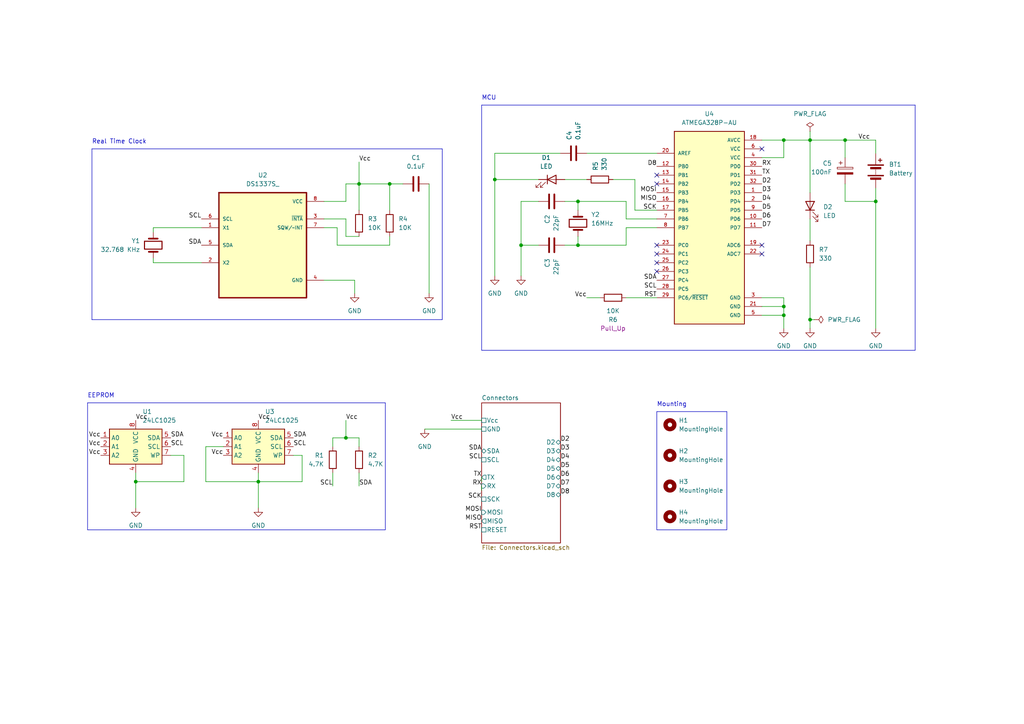
<source format=kicad_sch>
(kicad_sch (version 20230121) (generator eeschema)
  (paper "A4")
  (title_block (title "${project_name}") (date "2023-12-14") (rev "1"))
  (lib_symbols
    (symbol "ATMEGA328P-AU:ATMEGA328P-AU" (pin_names (offset 1.016))
      (property "Reference" "U4" (at 0 33.02 0))
      (property "Value" "ATMEGA328P-AU" (at 0 30.48 0))
      (symbol "ATMEGA328P-AU_0_0"
        (rectangle (start -10.16 -27.94) (end 10.16 27.94) (stroke (width 0.254)) (fill (type background)))
        (pin bidirectional line (at 15.24 10.16 180) (length 5.08) (name "PD3") (number "1"))
        (pin bidirectional line (at 15.24 2.54 180) (length 5.08) (name "PD6") (number "10"))
        (pin bidirectional line (at 15.24 0 180) (length 5.08) (name "PD7") (number "11"))
        (pin bidirectional line (at -15.24 17.78 0) (length 5.08) (name "PB0") (number "12"))
        (pin bidirectional line (at -15.24 15.24 0) (length 5.08) (name "PB1") (number "13"))
        (pin bidirectional line (at -15.24 12.7 0) (length 5.08) (name "PB2") (number "14"))
        (pin bidirectional line (at -15.24 10.16 0) (length 5.08) (name "PB3") (number "15"))
        (pin bidirectional line (at -15.24 7.62 0) (length 5.08) (name "PB4") (number "16"))
        (pin bidirectional line (at -15.24 5.08 0) (length 5.08) (name "PB5") (number "17"))
        (pin power_in line (at 15.24 25.4 180) (length 5.08) (name "AVCC") (number "18"))
        (pin bidirectional line (at 15.24 -5.08 180) (length 5.08) (name "ADC6") (number "19"))
        (pin bidirectional line (at 15.24 7.62 180) (length 5.08) (name "PD4") (number "2"))
        (pin input line (at -15.24 21.59 0) (length 5.08) (name "AREF") (number "20"))
        (pin power_in line (at 15.24 -22.86 180) (length 5.08) (name "GND") (number "21"))
        (pin bidirectional line (at 15.24 -7.62 180) (length 5.08) (name "ADC7") (number "22"))
        (pin bidirectional line (at -15.24 -5.08 0) (length 5.08) (name "PC0") (number "23"))
        (pin bidirectional line (at -15.24 -7.62 0) (length 5.08) (name "PC1") (number "24"))
        (pin bidirectional line (at -15.24 -10.16 0) (length 5.08) (name "PC2") (number "25"))
        (pin bidirectional line (at -15.24 -12.7 0) (length 5.08) (name "PC3") (number "26"))
        (pin bidirectional line (at -15.24 -15.24 0) (length 5.08) (name "PC4") (number "27"))
        (pin bidirectional line (at -15.24 -17.78 0) (length 5.08) (name "PC5") (number "28"))
        (pin bidirectional line (at -15.24 -20.32 0) (length 5.08) (name "PC6/~{RESET}") (number "29"))
        (pin power_in line (at 15.24 -20.32 180) (length 5.08) (name "GND") (number "3"))
        (pin bidirectional line (at 15.24 17.78 180) (length 5.08) (name "PD0") (number "30"))
        (pin bidirectional line (at 15.24 15.24 180) (length 5.08) (name "PD1") (number "31"))
        (pin bidirectional line (at 15.24 12.7 180) (length 5.08) (name "PD2") (number "32"))
        (pin power_in line (at 15.24 20.32 180) (length 5.08) (name "VCC") (number "4"))
        (pin power_in line (at 15.24 -25.4 180) (length 5.08) (name "GND") (number "5"))
        (pin power_in line (at 15.24 22.86 180) (length 5.08) (name "VCC") (number "6"))
        (pin bidirectional line (at -15.24 2.54 0) (length 5.08) (name "PB6") (number "7"))
        (pin bidirectional line (at -15.24 0 0) (length 5.08) (name "PB7") (number "8"))
        (pin bidirectional line (at 15.24 5.08 180) (length 5.08) (name "PD5") (number "9"))
      )
    )
    (symbol "DS1337S_:DS1337S_" (pin_names (offset 1.016))
      (property "Reference" "U" (at -12.7 16.24 0))
      (property "Value" "DS1337S_" (at -12.7 -19.24 0))
      (symbol "DS1337S__0_0"
        (rectangle (start -12.7 -15.24) (end 12.7 15.24) (stroke (width 0.41)) (fill (type background)))
        (pin input line (at -17.78 5.08 0) (length 5.08) (name "X1") (number "1"))
        (pin bidirectional line (at -17.78 -5.08 0) (length 5.08) (name "X2") (number "2"))
        (pin output line (at 17.78 7.62 180) (length 5.08) (name "~{INTA}") (number "3"))
        (pin power_in line (at 17.78 -10.16 180) (length 5.08) (name "GND") (number "4"))
        (pin bidirectional line (at -17.78 0 0) (length 5.08) (name "SDA") (number "5"))
        (pin input line (at -17.78 7.62 0) (length 5.08) (name "SCL") (number "6"))
        (pin output line (at 17.78 5.08 180) (length 5.08) (name "SQW/~INT") (number "7"))
        (pin power_in line (at 17.78 12.7 180) (length 5.08) (name "VCC") (number "8"))
      )
    )
    (symbol "Device:Battery" (pin_numbers hide) (pin_names (offset 0) hide)
      (property "Reference" "BT" (at 2.54 2.54 0))
      (property "Value" "Battery" (at 2.54 0 0))
      (symbol "Battery_0_1"
        (rectangle (start -2.286 -1.27) (end 2.286 -1.524) (fill (type outline)))
        (rectangle (start -2.286 1.778) (end 2.286 1.524) (fill (type outline)))
        (rectangle (start -1.524 -2.032) (end 1.524 -2.54) (fill (type outline)))
        (rectangle (start -1.524 1.016) (end 1.524 0.508) (fill (type outline)))
        (polyline (pts (xy 0 -1.016) (xy 0 -0.762)))
        (polyline (pts (xy 0 -0.508) (xy 0 -0.254)))
        (polyline (pts (xy 0 0) (xy 0 0.254)))
        (polyline (pts (xy 0 1.778) (xy 0 2.54)))
        (polyline (pts (xy 0.762 3.048) (xy 1.778 3.048)) (stroke (width 0.254)))
        (polyline (pts (xy 1.27 3.556) (xy 1.27 2.54)) (stroke (width 0.254)))
      )
      (symbol "Battery_1_1"
        (pin passive line (at 0 5.08 270) (length 2.54) (name "+") (number "1"))
        (pin passive line (at 0 -5.08 90) (length 2.54) (name "-") (number "2"))
      )
    )
    (symbol "Device:C" (pin_numbers hide) (pin_names (offset 0.254))
      (property "Reference" "C" (at 0.635 2.54 0))
      (property "Value" "C" (at 0.635 -2.54 0))
      (symbol "C_0_1"
        (polyline (pts (xy -2.032 -0.762) (xy 2.032 -0.762)) (stroke (width 0.508)))
        (polyline (pts (xy -2.032 0.762) (xy 2.032 0.762)) (stroke (width 0.508)))
      )
      (symbol "C_1_1"
        (pin passive line (at 0 3.81 270) (length 2.794) (name "~") (number "1"))
        (pin passive line (at 0 -3.81 90) (length 2.794) (name "~") (number "2"))
      )
    )
    (symbol "Device:C_Polarized" (pin_numbers hide) (pin_names (offset 0.254))
      (property "Reference" "C" (at 0.635 2.54 0))
      (property "Value" "C_Polarized" (at 0.635 -2.54 0))
      (symbol "C_Polarized_0_1"
        (rectangle (start -2.286 0.508) (end 2.286 1.016))
        (polyline (pts (xy -1.778 2.286) (xy -0.762 2.286)))
        (polyline (pts (xy -1.27 2.794) (xy -1.27 1.778)))
        (rectangle (start 2.286 -0.508) (end -2.286 -1.016) (fill (type outline)))
      )
      (symbol "C_Polarized_1_1"
        (pin passive line (at 0 3.81 270) (length 2.794) (name "~") (number "1"))
        (pin passive line (at 0 -3.81 90) (length 2.794) (name "~") (number "2"))
      )
    )
    (symbol "Device:Crystal" (pin_numbers hide) (pin_names (offset 1.016) hide)
      (property "Reference" "Y" (at 0 3.81 0))
      (property "Value" "Crystal" (at 0 -3.81 0))
      (symbol "Crystal_0_1"
        (rectangle (start -1.143 2.54) (end 1.143 -2.54) (stroke (width 0.3048)))
        (polyline (pts (xy -2.54 0) (xy -1.905 0)))
        (polyline (pts (xy -1.905 -1.27) (xy -1.905 1.27)) (stroke (width 0.508)))
        (polyline (pts (xy 1.905 -1.27) (xy 1.905 1.27)) (stroke (width 0.508)))
        (polyline (pts (xy 2.54 0) (xy 1.905 0)))
      )
      (symbol "Crystal_1_1"
        (pin passive line (at -3.81 0 0) (length 1.27) (name "1") (number "1"))
        (pin passive line (at 3.81 0 180) (length 1.27) (name "2") (number "2"))
      )
    )
    (symbol "Device:LED" (pin_numbers hide) (pin_names (offset 1.016) hide)
      (property "Reference" "D" (at 0 2.54 0))
      (property "Value" "LED" (at 0 -2.54 0))
      (symbol "LED_0_1"
        (polyline (pts (xy -1.27 -1.27) (xy -1.27 1.27)) (stroke (width 0.254)))
        (polyline (pts (xy -1.27 0) (xy 1.27 0)))
        (polyline (pts (xy 1.27 -1.27) (xy 1.27 1.27) (xy -1.27 0) (xy 1.27 -1.27)) (stroke (width 0.254)))
        (polyline (pts (xy -3.048 -0.762) (xy -4.572 -2.286) (xy -3.81 -2.286) (xy -4.572 -2.286) (xy -4.572 -1.524)))
        (polyline (pts (xy -1.778 -0.762) (xy -3.302 -2.286) (xy -2.54 -2.286) (xy -3.302 -2.286) (xy -3.302 -1.524)))
      )
      (symbol "LED_1_1"
        (pin passive line (at -3.81 0 0) (length 2.54) (name "K") (number "1"))
        (pin passive line (at 3.81 0 180) (length 2.54) (name "A") (number "2"))
      )
    )
    (symbol "Device:R" (pin_numbers hide) (pin_names (offset 0))
      (property "Reference" "R" (at 2.032 0 90))
      (property "Value" "R" (at 0 0 90))
      (symbol "R_0_1"
        (rectangle (start -1.016 -2.54) (end 1.016 2.54) (stroke (width 0.254)))
      )
      (symbol "R_1_1"
        (pin passive line (at 0 3.81 270) (length 1.27) (name "~") (number "1"))
        (pin passive line (at 0 -3.81 90) (length 1.27) (name "~") (number "2"))
      )
    )
    (symbol "GND_1" (power) (pin_numbers hide) (pin_names (offset 0) hide)
      (property "Value" "GND_1" (at 0 -3.81 0))
      (symbol "GND_1_0_1"
        (polyline (pts (xy 0 0) (xy 0 -1.27) (xy 1.27 -1.27) (xy 0 -2.54) (xy -1.27 -1.27) (xy 0 -1.27)))
      )
      (symbol "GND_1_1_1"
        (pin power_in line (at 0 0 270) (length 0) hide (name "GND") (number "1"))
      )
    )
    (symbol "Mechanical:MountingHole" (pin_names (offset 1.016))
      (property "Reference" "H" (at 0 5.08 0))
      (property "Value" "MountingHole" (at 0 3.175 0))
      (symbol "MountingHole_0_1"
        (circle (center 0 0) (radius 1.27) (stroke (width 1.27)))
      )
    )
    (symbol "Memory_EEPROM:24LC1025"
      (property "Reference" "U" (at -6.35 6.35 0))
      (property "Value" "24LC1025" (at 1.27 6.35 0))
      (symbol "24LC1025_1_1"
        (rectangle (start -7.62 5.08) (end 7.62 -5.08) (stroke (width 0.254)) (fill (type background)))
        (pin input line (at -10.16 2.54 0) (length 2.54) (name "A0") (number "1"))
        (pin input line (at -10.16 0 0) (length 2.54) (name "A1") (number "2"))
        (pin input line (at -10.16 -2.54 0) (length 2.54) (name "A2") (number "3"))
        (pin power_in line (at 0 -7.62 90) (length 2.54) (name "GND") (number "4"))
        (pin bidirectional line (at 10.16 2.54 180) (length 2.54) (name "SDA") (number "5"))
        (pin input line (at 10.16 0 180) (length 2.54) (name "SCL") (number "6"))
        (pin input line (at 10.16 -2.54 180) (length 2.54) (name "WP") (number "7"))
        (pin power_in line (at 0 7.62 270) (length 2.54) (name "VCC") (number "8"))
      )
    )
    (symbol "power:GND" (power) (pin_numbers hide) (pin_names (offset 0) hide)
      (property "Value" "GND" (at 0 -3.81 0))
      (symbol "GND_0_1"
        (polyline (pts (xy 0 0) (xy 0 -1.27) (xy 1.27 -1.27) (xy 0 -2.54) (xy -1.27 -1.27) (xy 0 -1.27)))
      )
      (symbol "GND_1_1"
        (pin power_in line (at 0 0 270) (length 0) hide (name "GND") (number "1"))
      )
    )
    (symbol "power:PWR_FLAG" (power) (pin_numbers hide) (pin_names (offset 0) hide)
      (property "Value" "PWR_FLAG" (at 0 3.81 0))
      (symbol "PWR_FLAG_0_0"
        (pin power_out line (at 0 0 90) (length 0) (name "pwr") (number "1"))
      )
      (symbol "PWR_FLAG_0_1"
        (polyline (pts (xy 0 0) (xy 0 1.27) (xy -1.016 1.905) (xy 0 2.54) (xy 1.016 1.905) (xy 0 1.27)))
      )
    )
  )
  (junction (at 245.11 40.64))
  (junction (at 39.37 139.7))
  (junction (at 143.51 52.07))
  (junction (at 227.33 40.64))
  (junction (at 167.64 71.12))
  (junction (at 104.14 53.34))
  (junction (at 151.13 71.12))
  (junction (at 227.33 91.44))
  (junction (at 254 58.42))
  (junction (at 227.33 88.9))
  (junction (at 167.64 58.42))
  (junction (at 74.93 139.7))
  (junction (at 234.95 40.64))
  (junction (at 100.33 127))
  (junction (at 234.95 92.71))
  (junction (at 113.03 53.34))
  (no_connect (at 190.5 50.8))
  (no_connect (at 190.5 73.66))
  (no_connect (at 190.5 53.34))
  (no_connect (at 190.5 71.12))
  (no_connect (at 190.5 76.2))
  (no_connect (at 190.5 78.74))
  (no_connect (at 220.98 73.66))
  (no_connect (at 220.98 43.18))
  (no_connect (at 220.98 71.12))
  (wire (pts (xy 236.22 92.71) (xy 234.95 92.71)))
  (wire (pts (xy 139.7 138.43) (xy 139.7 139.7)))
  (wire (pts (xy 104.14 53.34) (xy 113.03 53.34)))
  (wire (pts (xy 184.15 52.07) (xy 177.8 52.07)))
  (wire (pts (xy 100.33 127) (xy 104.14 127)))
  (wire (pts (xy 184.15 60.96) (xy 184.15 52.07)))
  (wire (pts (xy 254 54.61) (xy 254 58.42)))
  (wire (pts (xy 113.03 53.34) (xy 113.03 60.96)))
  (wire (pts (xy 245.11 40.64) (xy 245.11 45.72)))
  (wire (pts (xy 167.64 58.42) (xy 181.61 58.42)))
  (wire (pts (xy 151.13 80.01) (xy 151.13 71.12)))
  (wire (pts (xy 227.33 91.44) (xy 227.33 95.25)))
  (wire (pts (xy 58.42 76.2) (xy 44.45 76.2)))
  (wire (pts (xy 39.37 137.16) (xy 39.37 139.7)))
  (wire (pts (xy 167.64 68.58) (xy 167.64 71.12)))
  (polyline (pts (xy 26.67 92.71) (xy 26.67 43.18)))
  (wire (pts (xy 113.03 71.12) (xy 97.79 71.12)))
  (polyline (pts (xy 190.5 119.38) (xy 210.82 119.38)))
  (wire (pts (xy 234.95 77.47) (xy 234.95 92.71)))
  (polyline (pts (xy 128.27 43.18) (xy 128.27 92.71)))
  (wire (pts (xy 113.03 68.58) (xy 113.03 71.12)))
  (wire (pts (xy 104.14 127) (xy 104.14 129.54)))
  (wire (pts (xy 220.98 88.9) (xy 227.33 88.9)))
  (wire (pts (xy 124.46 53.34) (xy 124.46 85.09)))
  (wire (pts (xy 100.33 58.42) (xy 100.33 53.34)))
  (wire (pts (xy 113.03 53.34) (xy 116.84 53.34)))
  (wire (pts (xy 104.14 137.16) (xy 104.14 140.97)))
  (wire (pts (xy 234.95 63.5) (xy 234.95 69.85)))
  (wire (pts (xy 39.37 139.7) (xy 53.34 139.7)))
  (wire (pts (xy 143.51 52.07) (xy 143.51 80.01)))
  (wire (pts (xy 96.52 127) (xy 100.33 127)))
  (polyline (pts (xy 139.7 30.48) (xy 265.43 30.48)))
  (wire (pts (xy 59.69 129.54) (xy 59.69 139.7)))
  (wire (pts (xy 227.33 88.9) (xy 227.33 91.44)))
  (wire (pts (xy 104.14 53.34) (xy 104.14 60.96)))
  (wire (pts (xy 59.69 139.7) (xy 74.93 139.7)))
  (wire (pts (xy 58.42 66.04) (xy 44.45 66.04)))
  (polyline (pts (xy 265.43 101.6) (xy 139.7 101.6)))
  (wire (pts (xy 100.33 53.34) (xy 104.14 53.34)))
  (wire (pts (xy 97.79 71.12) (xy 97.79 66.04)))
  (polyline (pts (xy 210.82 119.38) (xy 210.82 153.67)))
  (wire (pts (xy 220.98 40.64) (xy 227.33 40.64)))
  (wire (pts (xy 97.79 66.04) (xy 93.98 66.04)))
  (wire (pts (xy 87.63 132.08) (xy 87.63 139.7)))
  (wire (pts (xy 220.98 86.36) (xy 227.33 86.36)))
  (polyline (pts (xy 265.43 30.48) (xy 265.43 101.6)))
  (wire (pts (xy 100.33 121.92) (xy 100.33 127)))
  (wire (pts (xy 190.5 66.04) (xy 181.61 66.04)))
  (polyline (pts (xy 111.76 153.67) (xy 25.4 153.67)))
  (wire (pts (xy 100.33 63.5) (xy 100.33 68.58)))
  (wire (pts (xy 170.18 86.36) (xy 173.99 86.36)))
  (wire (pts (xy 85.09 132.08) (xy 87.63 132.08)))
  (polyline (pts (xy 25.4 116.84) (xy 25.4 153.67)))
  (wire (pts (xy 130.81 121.92) (xy 139.7 121.92)))
  (wire (pts (xy 227.33 40.64) (xy 234.95 40.64)))
  (wire (pts (xy 220.98 45.72) (xy 227.33 45.72)))
  (wire (pts (xy 64.77 129.54) (xy 59.69 129.54)))
  (wire (pts (xy 156.21 52.07) (xy 143.51 52.07)))
  (polyline (pts (xy 26.67 43.18) (xy 128.27 43.18)))
  (wire (pts (xy 181.61 86.36) (xy 190.5 86.36)))
  (wire (pts (xy 49.53 132.08) (xy 53.34 132.08)))
  (wire (pts (xy 151.13 58.42) (xy 156.21 58.42)))
  (wire (pts (xy 93.98 63.5) (xy 100.33 63.5)))
  (wire (pts (xy 167.64 71.12) (xy 163.83 71.12)))
  (wire (pts (xy 53.34 132.08) (xy 53.34 139.7)))
  (wire (pts (xy 102.87 81.28) (xy 93.98 81.28)))
  (wire (pts (xy 123.19 124.46) (xy 139.7 124.46)))
  (polyline (pts (xy 25.4 116.84) (xy 111.76 116.84)))
  (wire (pts (xy 151.13 71.12) (xy 156.21 71.12)))
  (wire (pts (xy 234.95 92.71) (xy 234.95 95.25)))
  (wire (pts (xy 254 58.42) (xy 254 95.25)))
  (wire (pts (xy 227.33 86.36) (xy 227.33 88.9)))
  (wire (pts (xy 96.52 129.54) (xy 96.52 127)))
  (wire (pts (xy 234.95 40.64) (xy 245.11 40.64)))
  (wire (pts (xy 96.52 137.16) (xy 96.52 140.97)))
  (wire (pts (xy 254 40.64) (xy 245.11 40.64)))
  (wire (pts (xy 167.64 58.42) (xy 167.64 60.96)))
  (wire (pts (xy 104.14 46.99) (xy 104.14 53.34)))
  (wire (pts (xy 163.83 52.07) (xy 170.18 52.07)))
  (wire (pts (xy 74.93 137.16) (xy 74.93 139.7)))
  (polyline (pts (xy 111.76 116.84) (xy 111.76 153.67)))
  (polyline (pts (xy 139.7 30.48) (xy 139.7 101.6)))
  (polyline (pts (xy 190.5 119.38) (xy 190.5 153.67)))
  (wire (pts (xy 190.5 63.5) (xy 181.61 63.5)))
  (polyline (pts (xy 26.67 92.71) (xy 128.27 92.71)))
  (wire (pts (xy 151.13 71.12) (xy 151.13 58.42)))
  (wire (pts (xy 234.95 38.1) (xy 234.95 40.64)))
  (wire (pts (xy 74.93 139.7) (xy 74.93 147.32)))
  (wire (pts (xy 181.61 63.5) (xy 181.61 58.42)))
  (wire (pts (xy 234.95 40.64) (xy 234.95 55.88)))
  (wire (pts (xy 181.61 66.04) (xy 181.61 71.12)))
  (wire (pts (xy 143.51 44.45) (xy 143.51 52.07)))
  (wire (pts (xy 102.87 85.09) (xy 102.87 81.28)))
  (polyline (pts (xy 210.82 153.67) (xy 190.5 153.67)))
  (wire (pts (xy 245.11 58.42) (xy 254 58.42)))
  (wire (pts (xy 39.37 139.7) (xy 39.37 147.32)))
  (wire (pts (xy 100.33 68.58) (xy 104.14 68.58)))
  (wire (pts (xy 44.45 76.2) (xy 44.45 74.93)))
  (wire (pts (xy 227.33 45.72) (xy 227.33 40.64)))
  (wire (pts (xy 220.98 91.44) (xy 227.33 91.44)))
  (wire (pts (xy 190.5 60.96) (xy 184.15 60.96)))
  (wire (pts (xy 44.45 66.04) (xy 44.45 67.31)))
  (wire (pts (xy 139.7 140.97) (xy 139.7 142.24)))
  (wire (pts (xy 162.56 44.45) (xy 143.51 44.45)))
  (wire (pts (xy 254 44.45) (xy 254 40.64)))
  (wire (pts (xy 245.11 53.34) (xy 245.11 58.42)))
  (wire (pts (xy 87.63 139.7) (xy 74.93 139.7)))
  (wire (pts (xy 170.18 44.45) (xy 190.5 44.45)))
  (wire (pts (xy 163.83 58.42) (xy 167.64 58.42)))
  (wire (pts (xy 167.64 71.12) (xy 181.61 71.12)))
  (wire (pts (xy 93.98 58.42) (xy 100.33 58.42)))
  (text "Real Time Clock" (at 26.67 41.91 0) (effects (font (size 1.27 1.27)) (justify left bottom)))
  (text "MCU" (at 139.7 29.21 0) (effects (font (size 1.27 1.27)) (justify left bottom)))
  (text "EEPROM" (at 25.4 115.57 0) (effects (font (size 1.27 1.27)) (justify left bottom)))
  (text "Mounting" (at 190.5 118.11 0) (effects (font (size 1.27 1.27)) (justify left bottom)))
  (label "Vcc" (at 104.14 46.99 0))
  (label "SCL" (at 49.53 129.54 0))
  (label "SCL" (at 139.7 133.35 180))
  (label "Vcc" (at 248.92 40.64 0))
  (label "TX" (at 139.7 138.43 180))
  (label "SCL" (at 190.5 83.82 180))
  (label "SDA" (at 104.14 140.97 0))
  (label "SCL" (at 58.42 63.5 180))
  (label "Vcc" (at 64.77 132.08 180))
  (label "D3" (at 220.98 55.88 0))
  (label "RST" (at 139.7 153.67 180))
  (label "RX" (at 139.7 140.97 180))
  (label "Vcc" (at 74.93 121.92 0))
  (label "D5" (at 162.56 135.89 0))
  (label "SDA" (at 85.09 127 0))
  (label "D6" (at 220.98 63.5 0))
  (label "MISO" (at 190.5 58.42 180))
  (label "D7" (at 220.98 66.04 0))
  (label "Vcc" (at 64.77 127 180))
  (label "Vcc" (at 39.37 121.92 0))
  (label "SDA" (at 190.5 81.28 180))
  (label "SCK" (at 190.5 60.96 180))
  (label "D8" (at 190.5 48.26 180))
  (label "SCL" (at 96.52 140.97 180))
  (label "Vcc" (at 100.33 121.92 0))
  (label "D2" (at 162.56 128.27 0))
  (label "D8" (at 162.56 143.51 0))
  (label "D2" (at 220.98 53.34 0))
  (label "SDA" (at 49.53 127 0))
  (label "D6" (at 162.56 138.43 0))
  (label "Vcc" (at 29.21 127 180))
  (label "Vcc" (at 170.18 86.36 180))
  (label "D3" (at 162.56 130.81 0))
  (label "MOSI" (at 139.7 148.59 180))
  (label "D5" (at 220.98 60.96 0))
  (label "MOSI" (at 190.5 55.88 180))
  (label "D4" (at 162.56 133.35 0))
  (label "SDA" (at 139.7 130.81 180))
  (label "RX" (at 220.98 48.26 0))
  (label "D4" (at 220.98 58.42 0))
  (label "MISO" (at 139.7 151.13 180))
  (label "TX" (at 220.98 50.8 0))
  (label "SDA" (at 58.42 71.12 180))
  (label "RST" (at 190.5 86.36 180))
  (label "D7" (at 162.56 140.97 0))
  (label "SCK" (at 139.7 144.78 180))
  (label "Vcc" (at 29.21 132.08 180))
  (label "SCL" (at 85.09 129.54 0))
  (label "Vcc" (at 130.81 121.92 0))
  (label "Vcc" (at 29.21 129.54 180))
  (symbol (lib_id "Mechanical:MountingHole") (at 194.31 132.08 0) (unit 1)
    (property "Reference" "H2" (at 196.85 130.81 0) (effects (justify left)))
    (property "Value" "MountingHole" (at 196.85 133.35 0) (effects (justify left)))
    (property "Footprint" "MountingHole:MountingHole_2.1mm" (effects hide))
  )
  (symbol (lib_id "DS1337S_:DS1337S_") (at 76.2 71.12 0) (unit 1)
    (property "Reference" "U2" (at 76.2 50.8 0))
    (property "Value" "DS1337S_" (at 76.2 53.34 0))
    (property "Footprint" "Footprints:SOIC127P600X175-8N" (effects hide))
    (property "MF" "Analog Devices" (effects hide))
    (property "Description" "\nReal Time Clock (RTC) IC Clock/Calendar - I²C, 2-Wire Serial 8-SOIC (0.154, 3.90mm Width)\n" (effects hide))
    (property "Package" "SOIC-8 Maxim" (effects hide))
    (property "Price" "None" (effects hide))
    (property "SnapEDA_Link" "https://www.snapeda.com/parts/DS1337S/Analog+Devices/view-part/?ref=snap" (effects hide))
    (property "MP" "DS1337S" (effects hide))
    (property "Purchase-URL" "https://www.snapeda.com/api/url_track_click_mouser/?unipart_id=2748190&manufacturer=Analog Devices&part_name=DS1337S&search_term=ds1337s" (effects hide))
    (property "Availability" "In Stock" (effects hide))
    (property "Check_prices" "https://www.snapeda.com/parts/DS1337S/Analog+Devices/view-part/?ref=eda" (effects hide))
  )
  (symbol (lib_id "Device:Battery") (at 254 49.53 0) (unit 1)
    (property "Reference" "BT1" (at 257.81 47.6885 0) (effects (justify left)))
    (property "Value" "Battery" (at 257.81 50.2285 0) (effects (justify left)))
    (property "Footprint" "Connector_PinHeader_2.54mm:PinHeader_1x02_P2.54mm_Vertical" (effects hide))
  )
  (symbol (lib_id "Mechanical:MountingHole") (at 194.31 123.19 0) (unit 1)
    (property "Reference" "H1" (at 196.85 121.92 0) (effects (justify left)))
    (property "Value" "MountingHole" (at 196.85 124.46 0) (effects (justify left)))
    (property "Footprint" "MountingHole:MountingHole_2.1mm" (effects hide))
  )
  (symbol (lib_id "Device:C") (at 160.02 58.42 90) (mirror x) (unit 1)
    (property "Reference" "C2" (at 158.75 62.23 0) (effects (justify left)))
    (property "Value" "22pF" (at 161.29 62.23 0) (effects (justify left)))
    (property "Footprint" "Capacitor_SMD:C_0805_2012Metric" (effects hide))
  )
  (symbol (lib_id "Device:R") (at 96.52 133.35 0) (mirror y) (unit 1)
    (property "Reference" "R1" (at 93.98 132.08 0) (effects (justify left)))
    (property "Value" "4.7K" (at 93.98 134.62 0) (effects (justify left)))
    (property "Footprint" "Resistor_SMD:R_0805_2012Metric" (effects hide))
  )
  (symbol (lib_name "GND_1") (lib_id "power:GND") (at 39.37 147.32 0) (unit 1)
    (property "Reference" "#PWR01" (effects hide))
    (property "Value" "GND" (at 39.37 152.4 0))
  )
  (symbol (lib_id "power:GND") (at 124.46 85.09 0) (unit 1)
    (property "Reference" "#PWR05" (effects hide))
    (property "Value" "GND" (at 124.46 90.17 0))
  )
  (symbol (lib_id "Device:C_Polarized") (at 245.11 49.53 0) (unit 1)
    (property "Reference" "C5" (at 241.3 47.371 0) (effects (justify right)))
    (property "Value" "100nF" (at 241.3 49.911 0) (effects (justify right)))
    (property "Footprint" "Capacitor_SMD:C_0805_2012Metric" (effects hide))
  )
  (symbol (lib_name "GND_1") (lib_id "power:GND") (at 74.93 147.32 0) (unit 1)
    (property "Reference" "#PWR02" (effects hide))
    (property "Value" "GND" (at 74.93 152.4 0))
  )
  (symbol (lib_id "power:PWR_FLAG") (at 234.95 38.1 0) (unit 1)
    (property "Reference" "#FLG02" (effects hide))
    (property "Value" "PWR_FLAG" (at 234.95 33.02 0))
  )
  (symbol (lib_id "Device:R") (at 234.95 73.66 0) (unit 1)
    (property "Reference" "R7" (at 237.49 72.39 0) (effects (justify left)))
    (property "Value" "330" (at 237.49 74.93 0) (effects (justify left)))
    (property "Footprint" "Resistor_SMD:R_0805_2012Metric" (effects hide))
  )
  (symbol (lib_id "Device:R") (at 113.03 64.77 0) (unit 1)
    (property "Reference" "R4" (at 115.57 63.5 0) (effects (justify left)))
    (property "Value" "10K" (at 115.57 66.04 0) (effects (justify left)))
    (property "Footprint" "Resistor_SMD:R_0805_2012Metric" (effects hide))
  )
  (symbol (lib_id "Device:Crystal") (at 44.45 71.12 270) (mirror x) (unit 1)
    (property "Reference" "Y1" (at 40.64 69.85 90) (effects (justify right)))
    (property "Value" "32.768 KHz" (at 40.64 72.39 90) (effects (justify right)))
    (property "Footprint" "Crystal:Crystal_SMD_5032-2Pin_5.0x3.2mm_HandSoldering" (effects hide))
  )
  (symbol (lib_id "power:GND") (at 254 95.25 0) (unit 1)
    (property "Reference" "#PWR010" (effects hide))
    (property "Value" "GND" (at 254 100.33 0))
  )
  (symbol (lib_id "Device:R") (at 173.99 52.07 90) (unit 1)
    (property "Reference" "R5" (at 172.72 49.53 0) (effects (justify left)))
    (property "Value" "330" (at 175.26 49.53 0) (effects (justify left)))
    (property "Footprint" "Resistor_SMD:R_0805_2012Metric" (effects hide))
  )
  (symbol (lib_id "power:GND") (at 227.33 95.25 0) (unit 1)
    (property "Reference" "#PWR08" (effects hide))
    (property "Value" "GND" (at 227.33 100.33 0))
  )
  (symbol (lib_name "GND_1") (lib_id "power:GND") (at 123.19 124.46 0) (unit 1)
    (property "Reference" "#PWR04" (effects hide))
    (property "Value" "GND" (at 123.19 129.54 0))
  )
  (symbol (lib_id "Memory_EEPROM:24LC1025") (at 39.37 129.54 0) (unit 1)
    (property "Reference" "U1" (at 41.3259 119.38 0) (effects (justify left)))
    (property "Value" "24LC1025" (at 41.3259 121.92 0) (effects (justify left)))
    (property "Footprint" "Package_SO:SOIC-8_3.9x4.9mm_P1.27mm" (effects hide))
    (property "Datasheet" "http://ww1.microchip.com/downloads/en/DeviceDoc/21941B.pdf" (effects hide))
  )
  (symbol (lib_id "Device:R") (at 104.14 64.77 0) (unit 1)
    (property "Reference" "R3" (at 106.68 63.5 0) (effects (justify left)))
    (property "Value" "10K" (at 106.68 66.04 0) (effects (justify left)))
    (property "Footprint" "Resistor_SMD:R_0805_2012Metric" (effects hide))
  )
  (symbol (lib_id "power:PWR_FLAG") (at 236.22 92.71 270) (unit 1)
    (property "Reference" "#FLG03" (effects hide))
    (property "Value" "PWR_FLAG" (at 240.03 92.71 90) (effects (justify left)))
  )
  (symbol (lib_id "Device:LED") (at 234.95 59.69 90) (unit 1)
    (property "Reference" "D2" (at 238.76 60.0075 90) (effects (justify right)))
    (property "Value" "LED" (at 238.76 62.5475 90) (effects (justify right)))
    (property "Footprint" "LED_SMD:LED_0805_2012Metric" (effects hide))
  )
  (symbol (lib_id "Device:R") (at 104.14 133.35 0) (unit 1)
    (property "Reference" "R2" (at 106.68 132.08 0) (effects (justify left)))
    (property "Value" "4.7K" (at 106.68 134.62 0) (effects (justify left)))
    (property "Footprint" "Resistor_SMD:R_0805_2012Metric" (effects hide))
  )
  (symbol (lib_id "power:GND") (at 143.51 80.01 0) (unit 1)
    (property "Reference" "#PWR06" (effects hide))
    (property "Value" "GND" (at 143.51 85.09 0))
  )
  (symbol (lib_id "Memory_EEPROM:24LC1025") (at 74.93 129.54 0) (unit 1)
    (property "Reference" "U3" (at 76.8859 119.38 0) (effects (justify left)))
    (property "Value" "24LC1025" (at 76.8859 121.92 0) (effects (justify left)))
    (property "Footprint" "Package_SO:SOIC-8_3.9x4.9mm_P1.27mm" (effects hide))
    (property "Datasheet" "http://ww1.microchip.com/downloads/en/DeviceDoc/21941B.pdf" (effects hide))
  )
  (symbol (lib_id "Mechanical:MountingHole") (at 194.31 140.97 0) (unit 1)
    (property "Reference" "H3" (at 196.85 139.7 0) (effects (justify left)))
    (property "Value" "MountingHole" (at 196.85 142.24 0) (effects (justify left)))
    (property "Footprint" "MountingHole:MountingHole_2.1mm" (effects hide))
  )
  (symbol (lib_name "GND_1") (lib_id "power:GND") (at 102.87 85.09 0) (mirror y) (unit 1)
    (property "Reference" "#PWR03" (effects hide))
    (property "Value" "GND" (at 102.87 90.17 0))
  )
  (symbol (lib_id "Device:C") (at 160.02 71.12 90) (unit 1)
    (property "Reference" "C3" (at 158.75 74.93 0) (effects (justify right)))
    (property "Value" "22pF" (at 161.29 74.93 0) (effects (justify right)))
    (property "Footprint" "Capacitor_SMD:C_0805_2012Metric" (effects hide))
  )
  (symbol (lib_id "power:GND") (at 234.95 95.25 0) (unit 1)
    (property "Reference" "#PWR09" (effects hide))
    (property "Value" "GND" (at 234.95 100.33 0))
  )
  (symbol (lib_id "Device:Crystal") (at 167.64 64.77 90) (unit 1)
    (property "Reference" "Y2" (at 171.45 62.23 90) (effects (justify right)))
    (property "Value" "16MHz" (at 171.45 64.77 90) (effects (justify right)))
    (property "Footprint" "Crystal:Crystal_SMD_5032-2Pin_5.0x3.2mm_HandSoldering" (effects hide))
  )
  (symbol (lib_id "ATMEGA328P-AU:ATMEGA328P-AU") (at 205.74 66.04 0) (unit 1)
    (property "Reference" "U4" (at 205.74 33.02 0))
    (property "Value" "ATMEGA328P-AU" (at 205.74 35.56 0))
    (property "Footprint" "Footprints:QFP80P900X900X120-32N" (effects hide))
    (property "MF" "Microchip" (effects hide))
    (property "MAXIMUM_PACKAGE_HEIGHT" "1.20mm" (effects hide))
    (property "Package" "TQFP-32 Microchip" (effects hide))
    (property "Price" "None" (effects hide))
    (property "Check_prices" "https://www.snapeda.com/parts/ATMEGA328P-AU/Microchip/view-part/?ref=eda" (effects hide))
    (property "STANDARD" "IPC-7351B" (effects hide))
    (property "PARTREV" "8271A" (effects hide))
    (property "SnapEDA_Link" "https://www.snapeda.com/parts/ATMEGA328P-AU/Microchip/view-part/?ref=snap" (effects hide))
    (property "MP" "ATMEGA328P-AU" (effects hide))
    (property "Purchase-URL" "https://www.snapeda.com/api/url_track_click_mouser/?unipart_id=44280&manufacturer=Microchip&part_name=ATMEGA328P-AU&search_term=atmega328p" (effects hide))
    (property "Description" "\nAVR AVR® ATmega Microcontroller IC 8-Bit 20MHz 32KB (16K x 16) FLASH 32-TQFP (7x7)\n" (effects hide))
    (property "Availability" "In Stock" (effects hide))
    (property "MANUFACTURER" "Microchip" (effects hide))
  )
  (symbol (lib_id "Mechanical:MountingHole") (at 194.31 149.86 0) (unit 1)
    (property "Reference" "H4" (at 196.85 148.59 0) (effects (justify left)))
    (property "Value" "MountingHole" (at 196.85 151.13 0) (effects (justify left)))
    (property "Footprint" "MountingHole:MountingHole_2.1mm" (effects hide))
  )
  (symbol (lib_id "Device:C") (at 166.37 44.45 90) (unit 1)
    (property "Reference" "C4" (at 165.1 40.64 0) (effects (justify left)))
    (property "Value" "0.1uF" (at 167.64 40.64 0) (effects (justify left)))
    (property "Footprint" "Capacitor_SMD:C_0805_2012Metric" (effects hide))
  )
  (symbol (lib_id "Device:LED") (at 160.02 52.07 0) (unit 1)
    (property "Reference" "D1" (at 158.4325 45.72 0))
    (property "Value" "LED" (at 158.4325 48.26 0))
    (property "Footprint" "LED_SMD:LED_0805_2012Metric" (effects hide))
  )
  (symbol (lib_id "Device:C") (at 120.65 53.34 90) (mirror x) (unit 1)
    (property "Reference" "C1" (at 120.65 45.72 90))
    (property "Value" "0.1uF" (at 120.65 48.26 90))
    (property "Footprint" "Capacitor_SMD:C_0805_2012Metric" (effects hide))
  )
  (symbol (lib_id "power:GND") (at 151.13 80.01 0) (unit 1)
    (property "Reference" "#PWR07" (effects hide))
    (property "Value" "GND" (at 151.13 85.09 0))
  )
  (symbol (lib_id "Device:R") (at 177.8 86.36 270) (mirror x) (unit 1)
    (property "Reference" "R6" (at 177.8 92.71 90))
    (property "Value" "10K" (at 177.8 90.17 90))
    (property "Footprint" "Resistor_SMD:R_0805_2012Metric" (effects hide))
    (property "Purpose" "Pull_Up" (at 177.8 95.25 90))
  )
  (sheet (at 139.7 116.84) (size 22.86 40.64) (stroke (width 0.1524))
    (property "Sheetname" "Connectors" (at 139.7 116.1284 0) (effects (justify left bottom)))
    (property "Sheetfile" "Connectors.kicad_sch" (at 139.7 158.0646 0) (effects (justify left top)))
    (pin "GND" passive (at 139.7 124.46 180))
    (pin "Vcc" passive (at 139.7 121.92 180))
    (pin "SDA" bidirectional (at 139.7 130.81 180))
    (pin "SCL" passive (at 139.7 133.35 180))
    (pin "TX" output (at 139.7 138.43 180))
    (pin "RX" input (at 139.7 140.97 180))
    (pin "D8" bidirectional (at 162.56 143.51 0))
    (pin "D2" bidirectional (at 162.56 128.27 0))
    (pin "D4" bidirectional (at 162.56 133.35 0))
    (pin "D7" bidirectional (at 162.56 140.97 0))
    (pin "D3" bidirectional (at 162.56 130.81 0))
    (pin "D5" bidirectional (at 162.56 135.89 0))
    (pin "D6" bidirectional (at 162.56 138.43 0))
    (pin "MISO" output (at 139.7 151.13 180))
    (pin "RESET" passive (at 139.7 153.67 180))
    (pin "MOSI" input (at 139.7 148.59 180))
    (pin "SCK" passive (at 139.7 144.78 180))
  )
)
</source>
